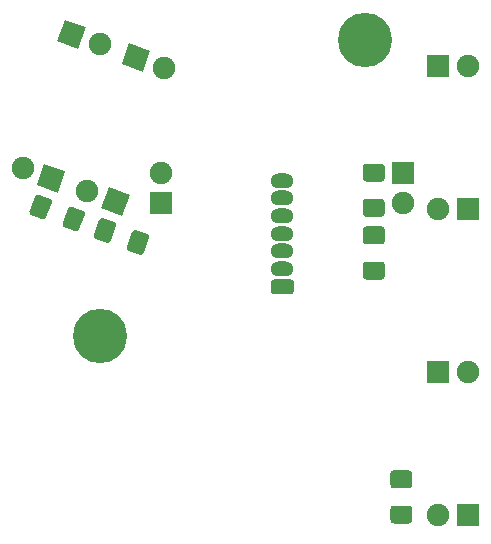
<source format=gbr>
%TF.GenerationSoftware,KiCad,Pcbnew,5.1.6-c6e7f7d~86~ubuntu18.04.1*%
%TF.CreationDate,2021-04-26T01:41:27-07:00*%
%TF.ProjectId,thumb_cluster_left,7468756d-625f-4636-9c75-737465725f6c,rev?*%
%TF.SameCoordinates,Original*%
%TF.FileFunction,Soldermask,Bot*%
%TF.FilePolarity,Negative*%
%FSLAX46Y46*%
G04 Gerber Fmt 4.6, Leading zero omitted, Abs format (unit mm)*
G04 Created by KiCad (PCBNEW 5.1.6-c6e7f7d~86~ubuntu18.04.1) date 2021-04-26 01:41:27*
%MOMM*%
%LPD*%
G01*
G04 APERTURE LIST*
%ADD10C,4.600000*%
%ADD11O,1.970000X1.270000*%
%ADD12C,0.100000*%
%ADD13C,1.900000*%
%ADD14R,1.900000X1.900000*%
G04 APERTURE END LIST*
D10*
%TO.C,H2*%
X164268872Y-66312121D03*
%TD*%
%TO.C,H1*%
X141845155Y-91366078D03*
%TD*%
D11*
%TO.C,J1*%
X157250000Y-78200000D03*
X157250000Y-79700000D03*
X157250000Y-81200000D03*
X157250000Y-82700000D03*
X157250000Y-84200000D03*
X157250000Y-85700000D03*
G36*
G01*
X157963633Y-87835000D02*
X156536367Y-87835000D01*
G75*
G02*
X156265000Y-87563633I0J271367D01*
G01*
X156265000Y-86836367D01*
G75*
G02*
X156536367Y-86565000I271367J0D01*
G01*
X157963633Y-86565000D01*
G75*
G02*
X158235000Y-86836367I0J-271367D01*
G01*
X158235000Y-87563633D01*
G75*
G02*
X157963633Y-87835000I-271367J0D01*
G01*
G37*
%TD*%
%TO.C,R1*%
G36*
G01*
X166672544Y-105710417D02*
X167987456Y-105710417D01*
G75*
G02*
X168255000Y-105977961I0J-267544D01*
G01*
X168255000Y-106967873D01*
G75*
G02*
X167987456Y-107235417I-267544J0D01*
G01*
X166672544Y-107235417D01*
G75*
G02*
X166405000Y-106967873I0J267544D01*
G01*
X166405000Y-105977961D01*
G75*
G02*
X166672544Y-105710417I267544J0D01*
G01*
G37*
G36*
G01*
X166672544Y-102735417D02*
X167987456Y-102735417D01*
G75*
G02*
X168255000Y-103002961I0J-267544D01*
G01*
X168255000Y-103992873D01*
G75*
G02*
X167987456Y-104260417I-267544J0D01*
G01*
X166672544Y-104260417D01*
G75*
G02*
X166405000Y-103992873I0J267544D01*
G01*
X166405000Y-103002961D01*
G75*
G02*
X166672544Y-102735417I267544J0D01*
G01*
G37*
%TD*%
D12*
%TO.C,IR4*%
G36*
X144339148Y-79411855D02*
G01*
X143689310Y-81197271D01*
X141903894Y-80547433D01*
X142553732Y-78762017D01*
X144339148Y-79411855D01*
G37*
D13*
X140734702Y-79110913D03*
%TD*%
%TO.C,R5*%
G36*
G01*
X137723430Y-80082113D02*
X137273703Y-81317725D01*
G75*
G02*
X136930789Y-81477629I-251409J91505D01*
G01*
X136000576Y-81139060D01*
G75*
G02*
X135840672Y-80796146I91505J251409D01*
G01*
X136290399Y-79560533D01*
G75*
G02*
X136633313Y-79400629I251409J-91505D01*
G01*
X137563526Y-79739198D01*
G75*
G02*
X137723430Y-80082112I-91505J-251409D01*
G01*
G37*
G36*
G01*
X140519016Y-81099623D02*
X140069289Y-82335235D01*
G75*
G02*
X139726375Y-82495139I-251409J91505D01*
G01*
X138796162Y-82156570D01*
G75*
G02*
X138636258Y-81813656I91505J251409D01*
G01*
X139085985Y-80578043D01*
G75*
G02*
X139428899Y-80418139I251409J-91505D01*
G01*
X140359112Y-80756708D01*
G75*
G02*
X140519016Y-81099622I-91505J-251409D01*
G01*
G37*
%TD*%
D12*
%TO.C,PT4*%
G36*
X143638419Y-68355407D02*
G01*
X144288257Y-66569991D01*
X146073673Y-67219829D01*
X145423835Y-69005245D01*
X143638419Y-68355407D01*
G37*
D13*
X147242865Y-68656349D03*
%TD*%
D12*
%TO.C,PT5*%
G36*
X138188200Y-66371689D02*
G01*
X138838038Y-64586273D01*
X140623454Y-65236111D01*
X139973616Y-67021527D01*
X138188200Y-66371689D01*
G37*
D13*
X141792646Y-66672631D03*
%TD*%
D12*
%TO.C,IR5*%
G36*
X138888931Y-77428140D02*
G01*
X138239093Y-79213556D01*
X136453677Y-78563718D01*
X137103515Y-76778302D01*
X138888931Y-77428140D01*
G37*
D13*
X135284485Y-77127198D03*
%TD*%
D14*
%TO.C,PT1*%
X170429999Y-94422918D03*
D13*
X172969999Y-94422918D03*
%TD*%
%TO.C,R2*%
G36*
G01*
X165657455Y-83602098D02*
X164342543Y-83602098D01*
G75*
G02*
X164074999Y-83334554I0J267544D01*
G01*
X164074999Y-82344642D01*
G75*
G02*
X164342543Y-82077098I267544J0D01*
G01*
X165657455Y-82077098D01*
G75*
G02*
X165924999Y-82344642I0J-267544D01*
G01*
X165924999Y-83334554D01*
G75*
G02*
X165657455Y-83602098I-267544J0D01*
G01*
G37*
G36*
G01*
X165657455Y-86577098D02*
X164342543Y-86577098D01*
G75*
G02*
X164074999Y-86309554I0J267544D01*
G01*
X164074999Y-85319642D01*
G75*
G02*
X164342543Y-85052098I267544J0D01*
G01*
X165657455Y-85052098D01*
G75*
G02*
X165924999Y-85319642I0J-267544D01*
G01*
X165924999Y-86309554D01*
G75*
G02*
X165657455Y-86577098I-267544J0D01*
G01*
G37*
%TD*%
%TO.C,R3*%
G36*
G01*
X165646435Y-78292500D02*
X164331523Y-78292500D01*
G75*
G02*
X164063979Y-78024956I0J267544D01*
G01*
X164063979Y-77035044D01*
G75*
G02*
X164331523Y-76767500I267544J0D01*
G01*
X165646435Y-76767500D01*
G75*
G02*
X165913979Y-77035044I0J-267544D01*
G01*
X165913979Y-78024956D01*
G75*
G02*
X165646435Y-78292500I-267544J0D01*
G01*
G37*
G36*
G01*
X165646435Y-81267500D02*
X164331523Y-81267500D01*
G75*
G02*
X164063979Y-80999956I0J267544D01*
G01*
X164063979Y-80010044D01*
G75*
G02*
X164331523Y-79742500I267544J0D01*
G01*
X165646435Y-79742500D01*
G75*
G02*
X165913979Y-80010044I0J-267544D01*
G01*
X165913979Y-80999956D01*
G75*
G02*
X165646435Y-81267500I-267544J0D01*
G01*
G37*
%TD*%
D14*
%TO.C,IR2*%
X172969999Y-80574999D03*
D13*
X170429999Y-80574999D03*
%TD*%
D14*
%TO.C,PT3*%
X147000000Y-80070000D03*
D13*
X147000000Y-77530000D03*
%TD*%
D14*
%TO.C,IR3*%
X167499999Y-77530000D03*
D13*
X167499999Y-80070000D03*
%TD*%
%TO.C,R4*%
G36*
G01*
X143173649Y-82065829D02*
X142723922Y-83301441D01*
G75*
G02*
X142381008Y-83461345I-251409J91505D01*
G01*
X141450795Y-83122776D01*
G75*
G02*
X141290891Y-82779862I91505J251409D01*
G01*
X141740618Y-81544249D01*
G75*
G02*
X142083532Y-81384345I251409J-91505D01*
G01*
X143013745Y-81722914D01*
G75*
G02*
X143173649Y-82065828I-91505J-251409D01*
G01*
G37*
G36*
G01*
X145969235Y-83083339D02*
X145519508Y-84318951D01*
G75*
G02*
X145176594Y-84478855I-251409J91505D01*
G01*
X144246381Y-84140286D01*
G75*
G02*
X144086477Y-83797372I91505J251409D01*
G01*
X144536204Y-82561759D01*
G75*
G02*
X144879118Y-82401855I251409J-91505D01*
G01*
X145809331Y-82740424D01*
G75*
G02*
X145969235Y-83083338I-91505J-251409D01*
G01*
G37*
%TD*%
D14*
%TO.C,IR1*%
X172969999Y-106472918D03*
D13*
X170429999Y-106472918D03*
%TD*%
D14*
%TO.C,PT2*%
X170429998Y-68524999D03*
D13*
X172969998Y-68524999D03*
%TD*%
M02*

</source>
